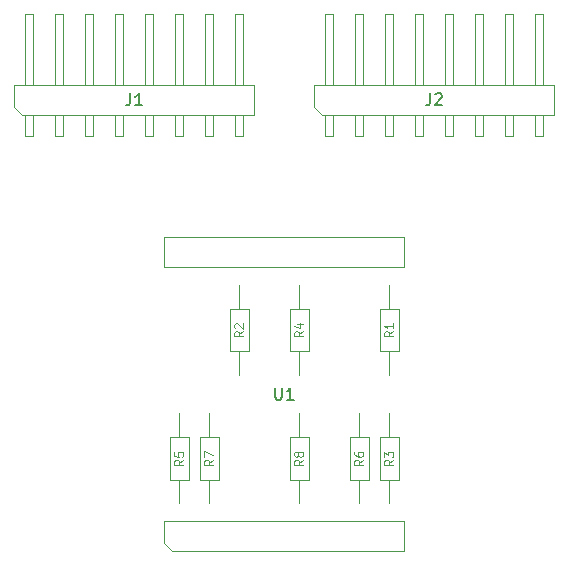
<source format=gbr>
G04 #@! TF.GenerationSoftware,KiCad,Pcbnew,7.0.10*
G04 #@! TF.CreationDate,2024-03-09T15:17:19+01:00*
G04 #@! TF.ProjectId,Lamp Matrix Tester,4c616d70-204d-4617-9472-697820546573,1.0*
G04 #@! TF.SameCoordinates,Original*
G04 #@! TF.FileFunction,AssemblyDrawing,Top*
%FSLAX46Y46*%
G04 Gerber Fmt 4.6, Leading zero omitted, Abs format (unit mm)*
G04 Created by KiCad (PCBNEW 7.0.10) date 2024-03-09 15:17:19*
%MOMM*%
%LPD*%
G01*
G04 APERTURE LIST*
%ADD10C,0.108000*%
%ADD11C,0.150000*%
%ADD12C,0.100000*%
G04 APERTURE END LIST*
D10*
X57477469Y-44790000D02*
X57134612Y-45030000D01*
X57477469Y-45201429D02*
X56757469Y-45201429D01*
X56757469Y-45201429D02*
X56757469Y-44927143D01*
X56757469Y-44927143D02*
X56791755Y-44858572D01*
X56791755Y-44858572D02*
X56826041Y-44824286D01*
X56826041Y-44824286D02*
X56894612Y-44790000D01*
X56894612Y-44790000D02*
X56997469Y-44790000D01*
X56997469Y-44790000D02*
X57066041Y-44824286D01*
X57066041Y-44824286D02*
X57100326Y-44858572D01*
X57100326Y-44858572D02*
X57134612Y-44927143D01*
X57134612Y-44927143D02*
X57134612Y-45201429D01*
X57477469Y-44104286D02*
X57477469Y-44515715D01*
X57477469Y-44310000D02*
X56757469Y-44310000D01*
X56757469Y-44310000D02*
X56860326Y-44378572D01*
X56860326Y-44378572D02*
X56928898Y-44447143D01*
X56928898Y-44447143D02*
X56963184Y-44515715D01*
X54937469Y-55650000D02*
X54594612Y-55890000D01*
X54937469Y-56061429D02*
X54217469Y-56061429D01*
X54217469Y-56061429D02*
X54217469Y-55787143D01*
X54217469Y-55787143D02*
X54251755Y-55718572D01*
X54251755Y-55718572D02*
X54286041Y-55684286D01*
X54286041Y-55684286D02*
X54354612Y-55650000D01*
X54354612Y-55650000D02*
X54457469Y-55650000D01*
X54457469Y-55650000D02*
X54526041Y-55684286D01*
X54526041Y-55684286D02*
X54560326Y-55718572D01*
X54560326Y-55718572D02*
X54594612Y-55787143D01*
X54594612Y-55787143D02*
X54594612Y-56061429D01*
X54217469Y-55032858D02*
X54217469Y-55170000D01*
X54217469Y-55170000D02*
X54251755Y-55238572D01*
X54251755Y-55238572D02*
X54286041Y-55272858D01*
X54286041Y-55272858D02*
X54388898Y-55341429D01*
X54388898Y-55341429D02*
X54526041Y-55375715D01*
X54526041Y-55375715D02*
X54800326Y-55375715D01*
X54800326Y-55375715D02*
X54868898Y-55341429D01*
X54868898Y-55341429D02*
X54903184Y-55307143D01*
X54903184Y-55307143D02*
X54937469Y-55238572D01*
X54937469Y-55238572D02*
X54937469Y-55101429D01*
X54937469Y-55101429D02*
X54903184Y-55032858D01*
X54903184Y-55032858D02*
X54868898Y-54998572D01*
X54868898Y-54998572D02*
X54800326Y-54964286D01*
X54800326Y-54964286D02*
X54628898Y-54964286D01*
X54628898Y-54964286D02*
X54560326Y-54998572D01*
X54560326Y-54998572D02*
X54526041Y-55032858D01*
X54526041Y-55032858D02*
X54491755Y-55101429D01*
X54491755Y-55101429D02*
X54491755Y-55238572D01*
X54491755Y-55238572D02*
X54526041Y-55307143D01*
X54526041Y-55307143D02*
X54560326Y-55341429D01*
X54560326Y-55341429D02*
X54628898Y-55375715D01*
X44777469Y-44789999D02*
X44434612Y-45029999D01*
X44777469Y-45201428D02*
X44057469Y-45201428D01*
X44057469Y-45201428D02*
X44057469Y-44927142D01*
X44057469Y-44927142D02*
X44091755Y-44858571D01*
X44091755Y-44858571D02*
X44126041Y-44824285D01*
X44126041Y-44824285D02*
X44194612Y-44789999D01*
X44194612Y-44789999D02*
X44297469Y-44789999D01*
X44297469Y-44789999D02*
X44366041Y-44824285D01*
X44366041Y-44824285D02*
X44400326Y-44858571D01*
X44400326Y-44858571D02*
X44434612Y-44927142D01*
X44434612Y-44927142D02*
X44434612Y-45201428D01*
X44126041Y-44515714D02*
X44091755Y-44481428D01*
X44091755Y-44481428D02*
X44057469Y-44412857D01*
X44057469Y-44412857D02*
X44057469Y-44241428D01*
X44057469Y-44241428D02*
X44091755Y-44172857D01*
X44091755Y-44172857D02*
X44126041Y-44138571D01*
X44126041Y-44138571D02*
X44194612Y-44104285D01*
X44194612Y-44104285D02*
X44263184Y-44104285D01*
X44263184Y-44104285D02*
X44366041Y-44138571D01*
X44366041Y-44138571D02*
X44777469Y-44549999D01*
X44777469Y-44549999D02*
X44777469Y-44104285D01*
X39697469Y-55650000D02*
X39354612Y-55890000D01*
X39697469Y-56061429D02*
X38977469Y-56061429D01*
X38977469Y-56061429D02*
X38977469Y-55787143D01*
X38977469Y-55787143D02*
X39011755Y-55718572D01*
X39011755Y-55718572D02*
X39046041Y-55684286D01*
X39046041Y-55684286D02*
X39114612Y-55650000D01*
X39114612Y-55650000D02*
X39217469Y-55650000D01*
X39217469Y-55650000D02*
X39286041Y-55684286D01*
X39286041Y-55684286D02*
X39320326Y-55718572D01*
X39320326Y-55718572D02*
X39354612Y-55787143D01*
X39354612Y-55787143D02*
X39354612Y-56061429D01*
X38977469Y-54998572D02*
X38977469Y-55341429D01*
X38977469Y-55341429D02*
X39320326Y-55375715D01*
X39320326Y-55375715D02*
X39286041Y-55341429D01*
X39286041Y-55341429D02*
X39251755Y-55272858D01*
X39251755Y-55272858D02*
X39251755Y-55101429D01*
X39251755Y-55101429D02*
X39286041Y-55032858D01*
X39286041Y-55032858D02*
X39320326Y-54998572D01*
X39320326Y-54998572D02*
X39388898Y-54964286D01*
X39388898Y-54964286D02*
X39560326Y-54964286D01*
X39560326Y-54964286D02*
X39628898Y-54998572D01*
X39628898Y-54998572D02*
X39663184Y-55032858D01*
X39663184Y-55032858D02*
X39697469Y-55101429D01*
X39697469Y-55101429D02*
X39697469Y-55272858D01*
X39697469Y-55272858D02*
X39663184Y-55341429D01*
X39663184Y-55341429D02*
X39628898Y-55375715D01*
X42237469Y-55650000D02*
X41894612Y-55890000D01*
X42237469Y-56061429D02*
X41517469Y-56061429D01*
X41517469Y-56061429D02*
X41517469Y-55787143D01*
X41517469Y-55787143D02*
X41551755Y-55718572D01*
X41551755Y-55718572D02*
X41586041Y-55684286D01*
X41586041Y-55684286D02*
X41654612Y-55650000D01*
X41654612Y-55650000D02*
X41757469Y-55650000D01*
X41757469Y-55650000D02*
X41826041Y-55684286D01*
X41826041Y-55684286D02*
X41860326Y-55718572D01*
X41860326Y-55718572D02*
X41894612Y-55787143D01*
X41894612Y-55787143D02*
X41894612Y-56061429D01*
X41517469Y-55410000D02*
X41517469Y-54930000D01*
X41517469Y-54930000D02*
X42237469Y-55238572D01*
X49857469Y-44790000D02*
X49514612Y-45030000D01*
X49857469Y-45201429D02*
X49137469Y-45201429D01*
X49137469Y-45201429D02*
X49137469Y-44927143D01*
X49137469Y-44927143D02*
X49171755Y-44858572D01*
X49171755Y-44858572D02*
X49206041Y-44824286D01*
X49206041Y-44824286D02*
X49274612Y-44790000D01*
X49274612Y-44790000D02*
X49377469Y-44790000D01*
X49377469Y-44790000D02*
X49446041Y-44824286D01*
X49446041Y-44824286D02*
X49480326Y-44858572D01*
X49480326Y-44858572D02*
X49514612Y-44927143D01*
X49514612Y-44927143D02*
X49514612Y-45201429D01*
X49377469Y-44172858D02*
X49857469Y-44172858D01*
X49103184Y-44344286D02*
X49617469Y-44515715D01*
X49617469Y-44515715D02*
X49617469Y-44070000D01*
X57477469Y-55650000D02*
X57134612Y-55890000D01*
X57477469Y-56061429D02*
X56757469Y-56061429D01*
X56757469Y-56061429D02*
X56757469Y-55787143D01*
X56757469Y-55787143D02*
X56791755Y-55718572D01*
X56791755Y-55718572D02*
X56826041Y-55684286D01*
X56826041Y-55684286D02*
X56894612Y-55650000D01*
X56894612Y-55650000D02*
X56997469Y-55650000D01*
X56997469Y-55650000D02*
X57066041Y-55684286D01*
X57066041Y-55684286D02*
X57100326Y-55718572D01*
X57100326Y-55718572D02*
X57134612Y-55787143D01*
X57134612Y-55787143D02*
X57134612Y-56061429D01*
X56757469Y-55410000D02*
X56757469Y-54964286D01*
X56757469Y-54964286D02*
X57031755Y-55204286D01*
X57031755Y-55204286D02*
X57031755Y-55101429D01*
X57031755Y-55101429D02*
X57066041Y-55032858D01*
X57066041Y-55032858D02*
X57100326Y-54998572D01*
X57100326Y-54998572D02*
X57168898Y-54964286D01*
X57168898Y-54964286D02*
X57340326Y-54964286D01*
X57340326Y-54964286D02*
X57408898Y-54998572D01*
X57408898Y-54998572D02*
X57443184Y-55032858D01*
X57443184Y-55032858D02*
X57477469Y-55101429D01*
X57477469Y-55101429D02*
X57477469Y-55307143D01*
X57477469Y-55307143D02*
X57443184Y-55375715D01*
X57443184Y-55375715D02*
X57408898Y-55410000D01*
X49857469Y-55650000D02*
X49514612Y-55890000D01*
X49857469Y-56061429D02*
X49137469Y-56061429D01*
X49137469Y-56061429D02*
X49137469Y-55787143D01*
X49137469Y-55787143D02*
X49171755Y-55718572D01*
X49171755Y-55718572D02*
X49206041Y-55684286D01*
X49206041Y-55684286D02*
X49274612Y-55650000D01*
X49274612Y-55650000D02*
X49377469Y-55650000D01*
X49377469Y-55650000D02*
X49446041Y-55684286D01*
X49446041Y-55684286D02*
X49480326Y-55718572D01*
X49480326Y-55718572D02*
X49514612Y-55787143D01*
X49514612Y-55787143D02*
X49514612Y-56061429D01*
X49446041Y-55238572D02*
X49411755Y-55307143D01*
X49411755Y-55307143D02*
X49377469Y-55341429D01*
X49377469Y-55341429D02*
X49308898Y-55375715D01*
X49308898Y-55375715D02*
X49274612Y-55375715D01*
X49274612Y-55375715D02*
X49206041Y-55341429D01*
X49206041Y-55341429D02*
X49171755Y-55307143D01*
X49171755Y-55307143D02*
X49137469Y-55238572D01*
X49137469Y-55238572D02*
X49137469Y-55101429D01*
X49137469Y-55101429D02*
X49171755Y-55032858D01*
X49171755Y-55032858D02*
X49206041Y-54998572D01*
X49206041Y-54998572D02*
X49274612Y-54964286D01*
X49274612Y-54964286D02*
X49308898Y-54964286D01*
X49308898Y-54964286D02*
X49377469Y-54998572D01*
X49377469Y-54998572D02*
X49411755Y-55032858D01*
X49411755Y-55032858D02*
X49446041Y-55101429D01*
X49446041Y-55101429D02*
X49446041Y-55238572D01*
X49446041Y-55238572D02*
X49480326Y-55307143D01*
X49480326Y-55307143D02*
X49514612Y-55341429D01*
X49514612Y-55341429D02*
X49583184Y-55375715D01*
X49583184Y-55375715D02*
X49720326Y-55375715D01*
X49720326Y-55375715D02*
X49788898Y-55341429D01*
X49788898Y-55341429D02*
X49823184Y-55307143D01*
X49823184Y-55307143D02*
X49857469Y-55238572D01*
X49857469Y-55238572D02*
X49857469Y-55101429D01*
X49857469Y-55101429D02*
X49823184Y-55032858D01*
X49823184Y-55032858D02*
X49788898Y-54998572D01*
X49788898Y-54998572D02*
X49720326Y-54964286D01*
X49720326Y-54964286D02*
X49583184Y-54964286D01*
X49583184Y-54964286D02*
X49514612Y-54998572D01*
X49514612Y-54998572D02*
X49480326Y-55032858D01*
X49480326Y-55032858D02*
X49446041Y-55101429D01*
D11*
X35226666Y-24624819D02*
X35226666Y-25339104D01*
X35226666Y-25339104D02*
X35179047Y-25481961D01*
X35179047Y-25481961D02*
X35083809Y-25577200D01*
X35083809Y-25577200D02*
X34940952Y-25624819D01*
X34940952Y-25624819D02*
X34845714Y-25624819D01*
X36226666Y-25624819D02*
X35655238Y-25624819D01*
X35940952Y-25624819D02*
X35940952Y-24624819D01*
X35940952Y-24624819D02*
X35845714Y-24767676D01*
X35845714Y-24767676D02*
X35750476Y-24862914D01*
X35750476Y-24862914D02*
X35655238Y-24910533D01*
X60626666Y-24624819D02*
X60626666Y-25339104D01*
X60626666Y-25339104D02*
X60579047Y-25481961D01*
X60579047Y-25481961D02*
X60483809Y-25577200D01*
X60483809Y-25577200D02*
X60340952Y-25624819D01*
X60340952Y-25624819D02*
X60245714Y-25624819D01*
X61055238Y-24720057D02*
X61102857Y-24672438D01*
X61102857Y-24672438D02*
X61198095Y-24624819D01*
X61198095Y-24624819D02*
X61436190Y-24624819D01*
X61436190Y-24624819D02*
X61531428Y-24672438D01*
X61531428Y-24672438D02*
X61579047Y-24720057D01*
X61579047Y-24720057D02*
X61626666Y-24815295D01*
X61626666Y-24815295D02*
X61626666Y-24910533D01*
X61626666Y-24910533D02*
X61579047Y-25053390D01*
X61579047Y-25053390D02*
X61007619Y-25624819D01*
X61007619Y-25624819D02*
X61626666Y-25624819D01*
X47498095Y-49554819D02*
X47498095Y-50364342D01*
X47498095Y-50364342D02*
X47545714Y-50459580D01*
X47545714Y-50459580D02*
X47593333Y-50507200D01*
X47593333Y-50507200D02*
X47688571Y-50554819D01*
X47688571Y-50554819D02*
X47879047Y-50554819D01*
X47879047Y-50554819D02*
X47974285Y-50507200D01*
X47974285Y-50507200D02*
X48021904Y-50459580D01*
X48021904Y-50459580D02*
X48069523Y-50364342D01*
X48069523Y-50364342D02*
X48069523Y-49554819D01*
X49069523Y-50554819D02*
X48498095Y-50554819D01*
X48783809Y-50554819D02*
X48783809Y-49554819D01*
X48783809Y-49554819D02*
X48688571Y-49697676D01*
X48688571Y-49697676D02*
X48593333Y-49792914D01*
X48593333Y-49792914D02*
X48498095Y-49840533D01*
D12*
X57150000Y-48480001D02*
X57150000Y-46470001D01*
X57150000Y-40860001D02*
X57150000Y-42870001D01*
X56350000Y-46470001D02*
X57950000Y-46470001D01*
X57950000Y-46470001D02*
X57950000Y-42870001D01*
X57950000Y-42870001D02*
X56350000Y-42870001D01*
X56350000Y-42870001D02*
X56350000Y-46470001D01*
X54610000Y-59340001D02*
X54610000Y-57330001D01*
X54610000Y-51720001D02*
X54610000Y-53730001D01*
X53810000Y-57330001D02*
X55410000Y-57330001D01*
X55410000Y-57330001D02*
X55410000Y-53730001D01*
X55410000Y-53730001D02*
X53810000Y-53730001D01*
X53810000Y-53730001D02*
X53810000Y-57330001D01*
X44450000Y-48480000D02*
X44450000Y-46470000D01*
X44450000Y-40860000D02*
X44450000Y-42870000D01*
X43650000Y-46470000D02*
X45250000Y-46470000D01*
X45250000Y-46470000D02*
X45250000Y-42870000D01*
X45250000Y-42870000D02*
X43650000Y-42870000D01*
X43650000Y-42870000D02*
X43650000Y-46470000D01*
X39370000Y-51720001D02*
X39370000Y-53730001D01*
X39370000Y-59340001D02*
X39370000Y-57330001D01*
X40170000Y-53730001D02*
X38570000Y-53730001D01*
X38570000Y-53730001D02*
X38570000Y-57330001D01*
X38570000Y-57330001D02*
X40170000Y-57330001D01*
X40170000Y-57330001D02*
X40170000Y-53730001D01*
X41110000Y-53730001D02*
X41110000Y-57330001D01*
X42710000Y-53730001D02*
X41110000Y-53730001D01*
X42710000Y-57330001D02*
X42710000Y-53730001D01*
X41110000Y-57330001D02*
X42710000Y-57330001D01*
X41910000Y-51720001D02*
X41910000Y-53730001D01*
X41910000Y-59340001D02*
X41910000Y-57330001D01*
X49530000Y-48480001D02*
X49530000Y-46470001D01*
X49530000Y-40860001D02*
X49530000Y-42870001D01*
X48730000Y-46470001D02*
X50330000Y-46470001D01*
X50330000Y-46470001D02*
X50330000Y-42870001D01*
X50330000Y-42870001D02*
X48730000Y-42870001D01*
X48730000Y-42870001D02*
X48730000Y-46470001D01*
X57150000Y-59340001D02*
X57150000Y-57330001D01*
X57150000Y-51720001D02*
X57150000Y-53730001D01*
X56350000Y-57330001D02*
X57950000Y-57330001D01*
X57950000Y-57330001D02*
X57950000Y-53730001D01*
X57950000Y-53730001D02*
X56350000Y-53730001D01*
X56350000Y-53730001D02*
X56350000Y-57330001D01*
X49530000Y-59340001D02*
X49530000Y-57330001D01*
X49530000Y-51720001D02*
X49530000Y-53730001D01*
X48730000Y-57330001D02*
X50330000Y-57330001D01*
X50330000Y-57330001D02*
X50330000Y-53730001D01*
X50330000Y-53730001D02*
X48730000Y-53730001D01*
X48730000Y-53730001D02*
X48730000Y-57330001D01*
X26350000Y-28260000D02*
X26990000Y-28260000D01*
X26350000Y-28260000D02*
X26350000Y-26440000D01*
X26990000Y-28260000D02*
X26990000Y-26440000D01*
X28890000Y-28260000D02*
X29530000Y-28260000D01*
X28890000Y-28260000D02*
X28890000Y-26440000D01*
X29530000Y-28260000D02*
X29530000Y-26440000D01*
X31430000Y-28260000D02*
X32070000Y-28260000D01*
X31430000Y-28260000D02*
X31430000Y-26440000D01*
X32070000Y-28260000D02*
X32070000Y-26440000D01*
X33970000Y-28260000D02*
X34610000Y-28260000D01*
X33970000Y-28260000D02*
X33970000Y-26440000D01*
X34610000Y-28260000D02*
X34610000Y-26440000D01*
X36510000Y-28260000D02*
X37150000Y-28260000D01*
X36510000Y-28260000D02*
X36510000Y-26440000D01*
X37150000Y-28260000D02*
X37150000Y-26440000D01*
X39050000Y-28260000D02*
X39690000Y-28260000D01*
X39050000Y-28260000D02*
X39050000Y-26440000D01*
X39690000Y-28260000D02*
X39690000Y-26440000D01*
X41590000Y-28260000D02*
X42230000Y-28260000D01*
X41590000Y-28260000D02*
X41590000Y-26440000D01*
X42230000Y-28260000D02*
X42230000Y-26440000D01*
X44130000Y-28260000D02*
X44770000Y-28260000D01*
X44130000Y-28260000D02*
X44130000Y-26440000D01*
X44770000Y-28260000D02*
X44770000Y-26440000D01*
X26035000Y-26440000D02*
X25400000Y-25805000D01*
X45720000Y-26440000D02*
X26035000Y-26440000D01*
X25400000Y-25805000D02*
X25400000Y-23900000D01*
X25400000Y-23900000D02*
X45720000Y-23900000D01*
X26350000Y-23900000D02*
X26350000Y-17900000D01*
X26990000Y-23900000D02*
X26990000Y-17900000D01*
X28890000Y-23900000D02*
X28890000Y-17900000D01*
X29530000Y-23900000D02*
X29530000Y-17900000D01*
X31430000Y-23900000D02*
X31430000Y-17900000D01*
X32070000Y-23900000D02*
X32070000Y-17900000D01*
X33970000Y-23900000D02*
X33970000Y-17900000D01*
X34610000Y-23900000D02*
X34610000Y-17900000D01*
X36510000Y-23900000D02*
X36510000Y-17900000D01*
X37150000Y-23900000D02*
X37150000Y-17900000D01*
X39050000Y-23900000D02*
X39050000Y-17900000D01*
X39690000Y-23900000D02*
X39690000Y-17900000D01*
X41590000Y-23900000D02*
X41590000Y-17900000D01*
X42230000Y-23900000D02*
X42230000Y-17900000D01*
X44130000Y-23900000D02*
X44130000Y-17900000D01*
X44770000Y-23900000D02*
X44770000Y-17900000D01*
X45720000Y-23900000D02*
X45720000Y-26440000D01*
X26350000Y-17900000D02*
X26990000Y-17900000D01*
X28890000Y-17900000D02*
X29530000Y-17900000D01*
X31430000Y-17900000D02*
X32070000Y-17900000D01*
X33970000Y-17900000D02*
X34610000Y-17900000D01*
X36510000Y-17900000D02*
X37150000Y-17900000D01*
X39050000Y-17900000D02*
X39690000Y-17900000D01*
X41590000Y-17900000D02*
X42230000Y-17900000D01*
X44130000Y-17900000D02*
X44770000Y-17900000D01*
X51750000Y-28260000D02*
X52390000Y-28260000D01*
X51750000Y-28260000D02*
X51750000Y-26440000D01*
X52390000Y-28260000D02*
X52390000Y-26440000D01*
X54290000Y-28260000D02*
X54930000Y-28260000D01*
X54290000Y-28260000D02*
X54290000Y-26440000D01*
X54930000Y-28260000D02*
X54930000Y-26440000D01*
X56830000Y-28260000D02*
X57470000Y-28260000D01*
X56830000Y-28260000D02*
X56830000Y-26440000D01*
X57470000Y-28260000D02*
X57470000Y-26440000D01*
X59370000Y-28260000D02*
X60010000Y-28260000D01*
X59370000Y-28260000D02*
X59370000Y-26440000D01*
X60010000Y-28260000D02*
X60010000Y-26440000D01*
X61910000Y-28260000D02*
X62550000Y-28260000D01*
X61910000Y-28260000D02*
X61910000Y-26440000D01*
X62550000Y-28260000D02*
X62550000Y-26440000D01*
X64450000Y-28260000D02*
X65090000Y-28260000D01*
X64450000Y-28260000D02*
X64450000Y-26440000D01*
X65090000Y-28260000D02*
X65090000Y-26440000D01*
X66990000Y-28260000D02*
X67630000Y-28260000D01*
X66990000Y-28260000D02*
X66990000Y-26440000D01*
X67630000Y-28260000D02*
X67630000Y-26440000D01*
X69530000Y-28260000D02*
X70170000Y-28260000D01*
X69530000Y-28260000D02*
X69530000Y-26440000D01*
X70170000Y-28260000D02*
X70170000Y-26440000D01*
X51435000Y-26440000D02*
X50800000Y-25805000D01*
X71120000Y-26440000D02*
X51435000Y-26440000D01*
X50800000Y-25805000D02*
X50800000Y-23900000D01*
X50800000Y-23900000D02*
X71120000Y-23900000D01*
X51750000Y-23900000D02*
X51750000Y-17900000D01*
X52390000Y-23900000D02*
X52390000Y-17900000D01*
X54290000Y-23900000D02*
X54290000Y-17900000D01*
X54930000Y-23900000D02*
X54930000Y-17900000D01*
X56830000Y-23900000D02*
X56830000Y-17900000D01*
X57470000Y-23900000D02*
X57470000Y-17900000D01*
X59370000Y-23900000D02*
X59370000Y-17900000D01*
X60010000Y-23900000D02*
X60010000Y-17900000D01*
X61910000Y-23900000D02*
X61910000Y-17900000D01*
X62550000Y-23900000D02*
X62550000Y-17900000D01*
X64450000Y-23900000D02*
X64450000Y-17900000D01*
X65090000Y-23900000D02*
X65090000Y-17900000D01*
X66990000Y-23900000D02*
X66990000Y-17900000D01*
X67630000Y-23900000D02*
X67630000Y-17900000D01*
X69530000Y-23900000D02*
X69530000Y-17900000D01*
X70170000Y-23900000D02*
X70170000Y-17900000D01*
X71120000Y-23900000D02*
X71120000Y-26440000D01*
X51750000Y-17900000D02*
X52390000Y-17900000D01*
X54290000Y-17900000D02*
X54930000Y-17900000D01*
X56830000Y-17900000D02*
X57470000Y-17900000D01*
X59370000Y-17900000D02*
X60010000Y-17900000D01*
X61910000Y-17900000D02*
X62550000Y-17900000D01*
X64450000Y-17900000D02*
X65090000Y-17900000D01*
X66990000Y-17900000D02*
X67630000Y-17900000D01*
X69530000Y-17900000D02*
X70170000Y-17900000D01*
X38090000Y-36830000D02*
X38090000Y-39370000D01*
X38090000Y-36830000D02*
X58410000Y-36830000D01*
X38100000Y-60830000D02*
X58420000Y-60830000D01*
X38100000Y-62735000D02*
X38100000Y-60830000D01*
X38100000Y-62735000D02*
X38735000Y-63370000D01*
X58410000Y-36830000D02*
X58410000Y-39370000D01*
X58410000Y-39370000D02*
X38090000Y-39370000D01*
X58420000Y-60830000D02*
X58420000Y-63370000D01*
X58420000Y-63370000D02*
X38735000Y-63370000D01*
M02*

</source>
